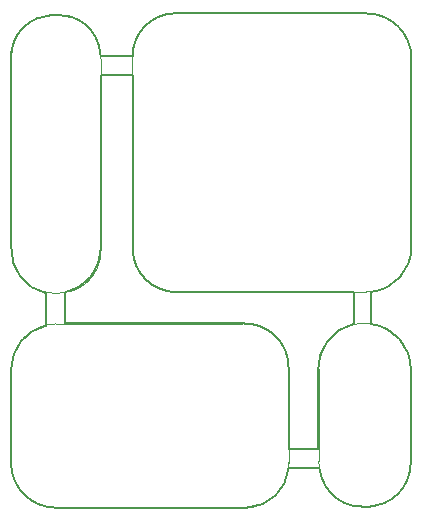
<source format=gko>
%TF.GenerationSoftware,KiCad,Pcbnew,4.0.7-e2-6376~58~ubuntu16.04.1*%
%TF.CreationDate,2017-10-07T16:36:03-07:00*%
%TF.ProjectId,VibeMotor-Button-Battery,566962654D6F746F722D427574746F6E,v1.3*%
%TF.FileFunction,Profile,NP*%
%FSLAX46Y46*%
G04 Gerber Fmt 4.6, Leading zero omitted, Abs format (unit mm)*
G04 Created by KiCad (PCBNEW 4.0.7-e2-6376~58~ubuntu16.04.1) date Sat Oct  7 16:36:03 2017*
%MOMM*%
%LPD*%
G01*
G04 APERTURE LIST*
%ADD10C,0.350000*%
%ADD11C,0.152400*%
%ADD12C,0.040640*%
%ADD13C,0.050000*%
G04 APERTURE END LIST*
D10*
D11*
X29332400Y-68071800D02*
X45532400Y-68071800D01*
X25532400Y-64321796D02*
G75*
G03X29332071Y-68071800I3799671J49996D01*
G01*
X25532400Y-56371800D02*
X25532400Y-64321800D01*
X28537936Y-52647389D02*
G75*
G03X25541448Y-56361466I803512J-3714077D01*
G01*
X54517624Y-52512805D02*
G75*
G03X51527414Y-56394750I959790J-3831945D01*
G01*
X59382400Y-56321800D02*
G75*
G03X56016264Y-52521800I-3827960J0D01*
G01*
X59382400Y-64121800D02*
X59382400Y-56421800D01*
X51632400Y-64721800D02*
G75*
G03X59387050Y-64128777I3854650J593023D01*
G01*
X45530323Y-68061550D02*
G75*
G03X49032400Y-64721800I-125433J3637552D01*
G01*
X49032400Y-64721800D02*
X51632400Y-64721800D01*
X51532400Y-57321800D02*
X51532400Y-56421800D01*
X51532400Y-63121800D02*
X51532400Y-57321800D01*
X49032400Y-63121800D02*
X51532400Y-63121800D01*
X49032400Y-56221800D02*
X49032400Y-63121800D01*
X49032062Y-56221795D02*
G75*
G03X45332400Y-52471800I-3699662J49995D01*
G01*
X30082400Y-52471800D02*
X45382400Y-52471800D01*
X30082400Y-49821800D02*
X30082400Y-52471800D01*
X28532400Y-49921800D02*
X28532400Y-52621800D01*
X25551869Y-46027927D02*
G75*
G03X28532400Y-49921800I3780531J-193873D01*
G01*
X25532400Y-46021800D02*
X25532400Y-30321800D01*
X30078669Y-49847502D02*
G75*
G03X33131085Y-46121765I-747584J3725737D01*
G01*
X33132400Y-31421800D02*
X33132400Y-46221800D01*
X35832400Y-31421800D02*
X33132400Y-31421800D01*
X35832400Y-46221800D02*
X35832400Y-31421800D01*
X35832400Y-46219135D02*
G75*
G03X39531120Y-49821800I3698720J97335D01*
G01*
X54532400Y-49821800D02*
X39532400Y-49821800D01*
X54532400Y-49821800D02*
X54532400Y-52521800D01*
X56032400Y-49821800D02*
X56032400Y-52521800D01*
X56030202Y-49800921D02*
G75*
G03X59432400Y-46021800I-397802J3779121D01*
G01*
X59432400Y-30021800D02*
X59432400Y-46121800D01*
X59432400Y-30021800D02*
G75*
G03X55632400Y-26221800I-3800000J0D01*
G01*
X39332400Y-26221800D02*
X55632400Y-26221800D01*
X39332439Y-26223188D02*
G75*
G03X35832400Y-29821800I99961J-3598612D01*
G01*
X33132400Y-29821800D02*
X35832400Y-29821800D01*
X33129342Y-29822042D02*
G75*
G03X25528828Y-30320449I-3796942J-299758D01*
G01*
D12*
X51585200Y-56348800D02*
X51585200Y-64148800D01*
X59385200Y-56348800D02*
X59385200Y-64148800D01*
X55485200Y-52448800D02*
G75*
G03X51585200Y-56348800I0J-3900000D01*
G01*
X59385200Y-56348800D02*
G75*
G03X55485200Y-52448800I-3900000J0D01*
G01*
X55485200Y-68048800D02*
G75*
G03X59385200Y-64148800I0J3900000D01*
G01*
X51585200Y-64148800D02*
G75*
G03X55485200Y-68048800I3900000J0D01*
G01*
X56032400Y-49961800D02*
X56032400Y-52501800D01*
X54508400Y-49961800D02*
X54508400Y-52501800D01*
D13*
X33162400Y-30151800D02*
X33162400Y-46151800D01*
X25562400Y-46151800D02*
X25562400Y-30151800D01*
X25562400Y-46151800D02*
G75*
G03X33162400Y-46151800I3800000J0D01*
G01*
X33162400Y-30151800D02*
G75*
G03X25562400Y-30151800I-3800000J0D01*
G01*
X55613300Y-26185700D02*
X39613300Y-26185700D01*
X59413300Y-45985700D02*
X59413300Y-29985700D01*
X35813300Y-45985700D02*
X35813300Y-29985700D01*
X55613300Y-49785700D02*
X39613300Y-49785700D01*
X55613300Y-49785700D02*
G75*
G03X59413300Y-45985700I0J3800000D01*
G01*
X59413300Y-29985700D02*
G75*
G03X55613300Y-26185700I-3800000J0D01*
G01*
X39613300Y-26185700D02*
G75*
G03X35813300Y-29985700I0J-3800000D01*
G01*
X35813300Y-45985700D02*
G75*
G03X39613300Y-49785700I3800000J0D01*
G01*
D12*
X45364400Y-68111800D02*
G75*
G03X49057768Y-64211980I-106632J3799820D01*
G01*
X49064400Y-56311800D02*
G75*
G03X44952576Y-52511800I-3811824J0D01*
G01*
X29364400Y-52510484D02*
G75*
G03X25564400Y-56411800I0J-3801316D01*
G01*
X25563084Y-64311800D02*
G75*
G03X29464400Y-68111800I3801316J0D01*
G01*
X25564400Y-64311800D02*
X25564400Y-56311800D01*
X29364400Y-68111800D02*
X45364400Y-68111800D01*
X29364400Y-52511800D02*
X45064400Y-52511800D01*
X49064400Y-64311800D02*
X49064400Y-56311800D01*
M02*

</source>
